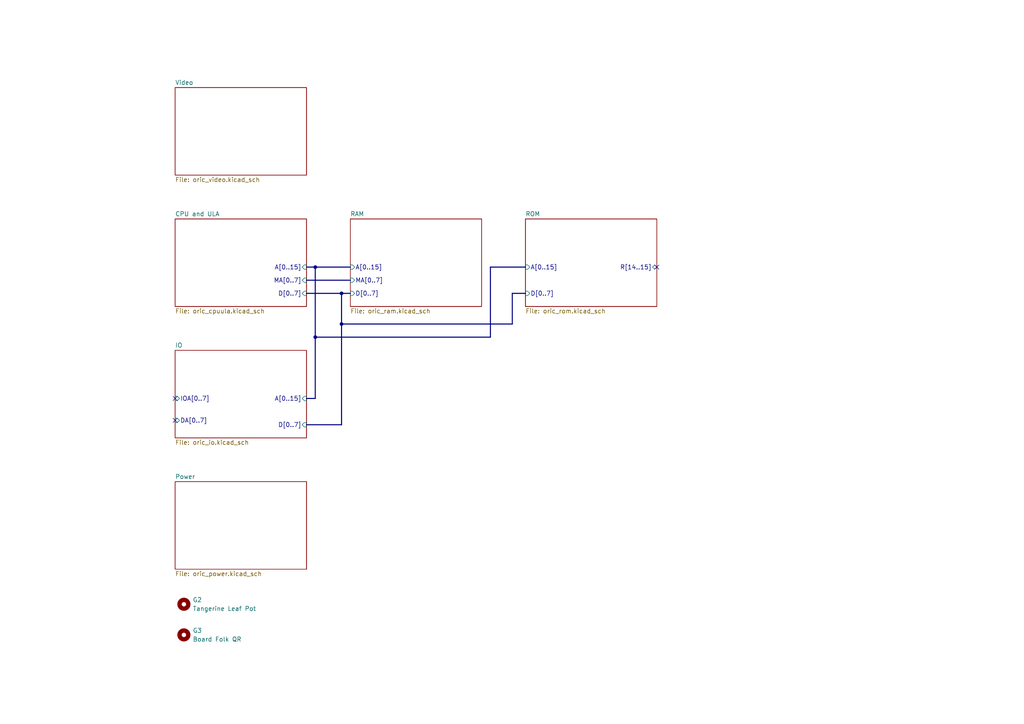
<source format=kicad_sch>
(kicad_sch (version 20231120) (generator "eeschema") (generator_version "8.0")
  (paper "A4")
  (lib_symbols
    (symbol "Mechanical:MountingHole" (pin_names (offset 1.016)) (exclude_from_sim yes) (in_bom no)
      (property "Reference" "H" (at 0 5.08 0))
      (property "Value" "MountingHole" (at 0 3.175 0))
      (symbol "MountingHole_0_1"
        (circle (center 0 0) (radius 1.27) (stroke (width 1.27)))
      )
    )
  )
  (junction (at 99.06 93.98))
  (junction (at 91.44 77.47))
  (junction (at 91.44 97.79))
  (junction (at 99.06 85.09))
  (no_connect (at 50.8 115.57))
  (no_connect (at 50.8 121.92))
  (no_connect (at 190.5 77.47))
  (bus (pts (xy 88.9 123.19) (xy 99.06 123.19)))
  (bus (pts (xy 91.44 97.79) (xy 142.24 97.79)))
  (bus (pts (xy 88.9 77.47) (xy 91.44 77.47)))
  (bus (pts (xy 148.59 85.09) (xy 152.4 85.09)))
  (bus (pts (xy 142.24 77.47) (xy 152.4 77.47)))
  (bus (pts (xy 91.44 77.47) (xy 101.6 77.47)))
  (bus (pts (xy 91.44 77.47) (xy 91.44 97.79)))
  (bus (pts (xy 88.9 81.28) (xy 101.6 81.28)))
  (bus (pts (xy 99.06 123.19) (xy 99.06 93.98)))
  (bus (pts (xy 88.9 85.09) (xy 99.06 85.09)))
  (bus (pts (xy 91.44 115.57) (xy 91.44 97.79)))
  (bus (pts (xy 99.06 85.09) (xy 101.6 85.09)))
  (bus (pts (xy 142.24 97.79) (xy 142.24 77.47)))
  (bus (pts (xy 99.06 93.98) (xy 148.59 93.98)))
  (bus (pts (xy 99.06 85.09) (xy 99.06 93.98)))
  (bus (pts (xy 148.59 93.98) (xy 148.59 85.09)))
  (bus (pts (xy 88.9 115.57) (xy 91.44 115.57)))
  (symbol (lib_id "Mechanical:MountingHole") (at 53.34 175.26 0) (unit 1) (exclude_from_sim yes) (in_bom no)
    (property "Reference" "G2" (at 55.88 173.9899 0) (effects (justify left)))
    (property "Value" "Tangerine Leaf Pot" (at 55.88 176.5299 0) (effects (justify left)))
    (property "Footprint" "Oric:tangerineleafpot" (effects (hide yes)))
    (property "Description" "Mounting Hole without connection" (effects (hide yes)))
  )
  (symbol (lib_id "Mechanical:MountingHole") (at 53.34 184.15 0) (unit 1) (exclude_from_sim yes) (in_bom no)
    (property "Reference" "G3" (at 55.88 182.8799 0) (effects (justify left)))
    (property "Value" "Board Folk QR" (at 55.88 185.4199 0) (effects (justify left)))
    (property "Footprint" "Oric:bf_qr14" (effects (hide yes)))
    (property "Description" "Mounting Hole without connection" (effects (hide yes)))
  )
  (sheet (at 152.4 63.5) (size 38.1 25.4) (stroke (width 0.1524))
    (property "Sheetname" "ROM" (at 152.4 62.7884 0) (effects (justify left bottom)))
    (property "Sheetfile" "oric_rom.kicad_sch" (at 152.4 89.4846 0) (effects (justify left top)))
    (pin "A[0..15]" input (at 152.4 77.47 180))
    (pin "D[0..7]" input (at 152.4 85.09 180))
    (pin "R[14..15]" bidirectional (at 190.5 77.47 0))
  )
  (sheet (at 50.8 25.4) (size 38.1 25.4) (stroke (width 0.1524))
    (property "Sheetname" "Video" (at 50.8 24.6884 0) (effects (justify left bottom)))
    (property "Sheetfile" "oric_video.kicad_sch" (at 50.8 51.3846 0) (effects (justify left top)))
  )
  (sheet (at 50.8 101.6) (size 38.1 25.4) (stroke (width 0.1524))
    (property "Sheetname" "IO" (at 50.8 100.8884 0) (effects (justify left bottom)))
    (property "Sheetfile" "oric_io.kicad_sch" (at 50.8 127.5846 0) (effects (justify left top)))
    (pin "D[0..7]" input (at 88.9 123.19 0))
    (pin "A[0..15]" input (at 88.9 115.57 0))
    (pin "IOA[0..7]" input (at 50.8 115.57 180))
    (pin "DA[0..7]" input (at 50.8 121.92 180))
  )
  (sheet (at 50.8 63.5) (size 38.1 25.4) (stroke (width 0.1524))
    (property "Sheetname" "CPU and ULA" (at 50.8 62.7884 0) (effects (justify left bottom)))
    (property "Sheetfile" "oric_cpuula.kicad_sch" (at 50.8 89.4846 0) (effects (justify left top)))
    (pin "A[0..15]" input (at 88.9 77.47 0))
    (pin "D[0..7]" input (at 88.9 85.09 0))
    (pin "MA[0..7]" input (at 88.9 81.28 0))
  )
  (sheet (at 50.8 139.7) (size 38.1 25.4) (stroke (width 0.1524))
    (property "Sheetname" "Power" (at 50.8 138.9884 0) (effects (justify left bottom)))
    (property "Sheetfile" "oric_power.kicad_sch" (at 50.8 165.6846 0) (effects (justify left top)))
  )
  (sheet (at 101.6 63.5) (size 38.1 25.4) (stroke (width 0.1524))
    (property "Sheetname" "RAM" (at 101.6 62.7884 0) (effects (justify left bottom)))
    (property "Sheetfile" "oric_ram.kicad_sch" (at 101.6 89.4846 0) (effects (justify left top)))
    (pin "D[0..7]" input (at 101.6 85.09 180))
    (pin "A[0..15]" input (at 101.6 77.47 180))
    (pin "MA[0..7]" input (at 101.6 81.28 180))
  )
)
</source>
